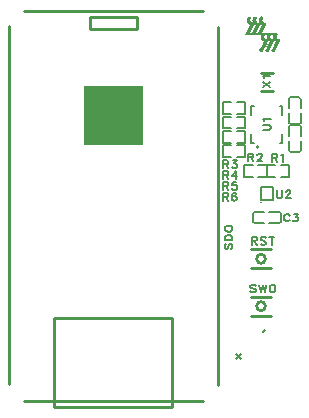
<source format=gto>
G04 Layer: TopSilkscreenLayer*
G04 EasyEDA Pro v2.2.40.8, 2025-10-17 17:15:36*
G04 Gerber Generator version 0.3*
G04 Scale: 100 percent, Rotated: No, Reflected: No*
G04 Dimensions in millimeters*
G04 Leading zeros omitted, absolute positions, 4 integers and 5 decimals*
G04 Generated by one-click*
%FSLAX45Y45*%
%MOMM*%
%ADD10C,0.152*%
%ADD11C,0.1524*%
%ADD12C,0.254*%
%ADD13C,0.17*%
%ADD14C,0.15001*%
%ADD15C,0.1031*%
%ADD16C,0.1*%
G75*


G04 Image Start*
G36*
G01X2135762Y2953306D02*
G01X2134355Y2952937D01*
G01X2132948Y2952567D01*
G01X2130804Y2952690D01*
G01X2128660Y2952812D01*
G01X2124916Y2954443D01*
G01X2122738Y2956385D01*
G01X2122038Y2957395D01*
G01X2121338Y2958406D01*
G01X2120867Y2959783D01*
G01X2120396Y2961160D01*
G01X2120396Y2964569D01*
G01X2121162Y2966895D01*
G01X2141060Y3003916D01*
G01X2160959Y3040937D01*
G01X2160628Y3041036D01*
G01X2160297Y3041134D01*
G01X2157931Y3042238D01*
G01X2155566Y3043341D01*
G01X2153024Y3044897D01*
G01X2150483Y3046453D01*
G01X2148230Y3048243D01*
G01X2145977Y3050034D01*
G01X2144016Y3052091D01*
G01X2142056Y3054148D01*
G01X2140240Y3056612D01*
G01X2138424Y3059076D01*
G01X2136923Y3061918D01*
G01X2135421Y3064760D01*
G01X2134515Y3067354D01*
G01X2133608Y3069948D01*
G01X2132478Y3075136D01*
G01X2132363Y3078909D01*
G01X2163460Y3078909D01*
G01X2163760Y3077141D01*
G01X2164061Y3075372D01*
G01X2164921Y3073070D01*
G01X2165782Y3070768D01*
G01X2167042Y3068855D01*
G01X2168302Y3066942D01*
G01X2169952Y3065309D01*
G01X2171602Y3063677D01*
G01X2173117Y3062612D01*
G01X2174633Y3061547D01*
G01X2176762Y3060515D01*
G01X2178891Y3059483D01*
G01X2183305Y3058318D01*
G01X2188442Y3057758D01*
G01X2189735Y3057309D01*
G01X2190857Y3056861D01*
G01X2190857Y3056861D01*
G01X2191111Y3056860D01*
G01X2188220Y3061223D01*
G01X2186055Y3065704D01*
G01X2184407Y3070411D01*
G01X2183424Y3074773D01*
G01X2183115Y3077961D01*
G01X2182835Y3080851D01*
G01X2214096Y3080851D01*
G01X2214398Y3078476D01*
G01X2214701Y3076101D01*
G01X2215996Y3072306D01*
G01X2217119Y3070363D01*
G01X2218242Y3068419D01*
G01X2219398Y3067046D01*
G01X2220555Y3065674D01*
G01X2222131Y3064341D01*
G01X2223708Y3063008D01*
G01X2226049Y3061537D01*
G01X2228037Y3060635D01*
G01X2230025Y3059733D01*
G01X2231795Y3059240D01*
G01X2233565Y3058747D01*
G01X2236497Y3058396D01*
G01X2239429Y3058045D01*
G01X2240748Y3057588D01*
G01X2242067Y3057130D01*
G01X2242067Y3057130D01*
G01X2243483Y3056153D01*
G01X2244900Y3055177D01*
G01X2243719Y3056641D01*
G01X2242539Y3058106D01*
G01X2241145Y3060373D01*
G01X2239751Y3062641D01*
G01X2238591Y3065233D01*
G01X2237431Y3067826D01*
G01X2236770Y3070066D01*
G01X2236110Y3072306D01*
G01X2235294Y3076551D01*
G01X2235144Y3079853D01*
G01X2234994Y3083154D01*
G01X2235612Y3088342D01*
G01X2236366Y3091644D01*
G01X2236505Y3092056D01*
G01X2236645Y3092469D01*
G01X2217725Y3092469D01*
G01X2216614Y3090288D01*
G01X2215502Y3088106D01*
G01X2214677Y3085277D01*
G01X2214387Y3083064D01*
G01X2214096Y3080851D01*
G01X2182835Y3080851D01*
G01X2182806Y3081150D01*
G01X2183115Y3084338D01*
G01X2183424Y3087526D01*
G01X2184441Y3092039D01*
G01X2184732Y3092469D01*
G01X2167152Y3092469D01*
G01X2164843Y3088106D01*
G01X2163751Y3084333D01*
G01X2163460Y3078909D01*
G01X2132363Y3078909D01*
G01X2132220Y3083626D01*
G01X2133060Y3089050D01*
G01X2133552Y3090782D01*
G01X2134045Y3092513D01*
G01X2113811Y3092227D01*
G01X2008443Y3092115D01*
G01X2006698Y3092870D01*
G01X2004952Y3093625D01*
G01X2002108Y3096082D01*
G01X2001320Y3097542D01*
G01X2000533Y3099002D01*
G01X2000239Y3100570D01*
G01X1999945Y3102138D01*
G01X2000262Y3103826D01*
G01X2000579Y3105513D01*
G01X2004324Y3112507D01*
G01X2038234Y3112507D01*
G01X2038304Y3112508D01*
G01X2088596Y3112508D01*
G01X2097655Y3112570D01*
G01X2106713Y3112632D01*
G01X2125084Y3146932D01*
G01X2143456Y3181232D01*
G01X2142993Y3181381D01*
G01X2136925Y3184321D01*
G01X2134547Y3185854D01*
G01X2132169Y3187386D01*
G01X2129809Y3189443D01*
G01X2127449Y3191500D01*
G01X2127796Y3190276D01*
G01X2128144Y3189052D01*
G01X2128144Y3187056D01*
G01X2127860Y3185806D01*
G01X2127576Y3184557D01*
G01X2127576Y3184557D01*
G01X2088823Y3112867D01*
G01X2088596Y3112508D01*
G01X2038304Y3112508D01*
G01X2046527Y3112569D01*
G01X2054819Y3112632D01*
G01X2073013Y3146590D01*
G01X2091206Y3180548D01*
G01X2091214Y3180897D01*
G01X2086569Y3183027D01*
G01X2084829Y3183999D01*
G01X2083089Y3184971D01*
G01X2079205Y3187726D01*
G01X2077268Y3189201D01*
G01X2077265Y3185736D01*
G01X2076980Y3184798D01*
G01X2076695Y3183860D01*
G01X2057613Y3148609D01*
G01X2038530Y3113359D01*
G01X2038382Y3112933D01*
G01X2038382Y3112933D01*
G01X2038234Y3112507D01*
G01X2004324Y3112507D01*
G01X2020593Y3142888D01*
G01X2040706Y3180227D01*
G01X2040467Y3180312D01*
G01X2035302Y3182649D01*
G01X2030129Y3185806D01*
G01X2025746Y3189306D01*
G01X2022353Y3192810D01*
G01X2021174Y3194231D01*
G01X2019996Y3195651D01*
G01X2018800Y3197448D01*
G01X2017605Y3199246D01*
G01X2016326Y3201691D01*
G01X2015047Y3204136D01*
G01X2014146Y3206648D01*
G01X2013245Y3209160D01*
G01X2012652Y3211833D01*
G01X2012059Y3214506D01*
G01X2012076Y3225589D01*
G01X2012769Y3228551D01*
G01X2013462Y3231512D01*
G01X2014394Y3233975D01*
G01X2015326Y3236437D01*
G01X2016621Y3238861D01*
G01X2017917Y3241285D01*
G01X2019465Y3243439D01*
G01X2021014Y3245593D01*
G01X2022438Y3247201D01*
G01X2023861Y3248810D01*
G01X2025411Y3249755D01*
G01X2026960Y3250700D01*
G01X2028273Y3251056D01*
G01X2029585Y3251411D01*
G01X2033816Y3251411D01*
G01X2034878Y3251069D01*
G01X2035940Y3250727D01*
G01X2037170Y3251227D01*
G01X2038401Y3251727D01*
G01X2040418Y3251836D01*
G01X2042435Y3251945D01*
G01X2044105Y3251532D01*
G01X2045776Y3251120D01*
G01X2047271Y3250237D01*
G01X2048767Y3249354D01*
G01X2049710Y3248303D01*
G01X2050654Y3247252D01*
G01X2051308Y3245946D01*
G01X2051963Y3244641D01*
G01X2052242Y3243261D01*
G01X2052522Y3241880D01*
G01X2052343Y3240578D01*
G01X2052165Y3239275D01*
G01X2051146Y3236787D01*
G01X2049359Y3234608D01*
G01X2047573Y3232428D01*
G01X2046564Y3230659D01*
G01X2045556Y3228891D01*
G01X2044239Y3225054D01*
G01X2043934Y3222966D01*
G01X2043630Y3220879D01*
G01X2043796Y3218867D01*
G01X2043963Y3216856D01*
G01X2044479Y3214881D01*
G01X2044996Y3212905D01*
G01X2045991Y3210965D01*
G01X2046987Y3209026D01*
G01X2048098Y3207521D01*
G01X2049210Y3206016D01*
G01X2052863Y3202680D01*
G01X2054412Y3201728D01*
G01X2055962Y3200775D01*
G01X2057511Y3200068D01*
G01X2059061Y3199361D01*
G01X2060740Y3198873D01*
G01X2062418Y3198385D01*
G01X2063248Y3198234D01*
G01X2064078Y3198082D01*
G01X2066606Y3197772D01*
G01X2069133Y3197462D01*
G01X2070142Y3197086D01*
G01X2069477Y3198131D01*
G01X2068811Y3199177D01*
G01X2068021Y3200474D01*
G01X2067230Y3201771D01*
G01X2064918Y3206959D01*
G01X2064256Y3209200D01*
G01X2063595Y3211440D01*
G01X2062799Y3215921D01*
G01X2062478Y3221580D01*
G01X2063082Y3227240D01*
G01X2063742Y3229933D01*
G01X2064401Y3232627D01*
G01X2065174Y3234650D01*
G01X2065947Y3236673D01*
G01X2068399Y3241389D01*
G01X2069847Y3243511D01*
G01X2071294Y3245634D01*
G01X2072986Y3247554D01*
G01X2074677Y3249474D01*
G01X2077397Y3251105D01*
G01X2079980Y3252001D01*
G01X2084886Y3251982D01*
G01X2085953Y3251616D01*
G01X2087019Y3251250D01*
G01X2087675Y3251564D01*
G01X2088331Y3251878D01*
G01X2090159Y3252164D01*
G01X2091988Y3252451D01*
G01X2093652Y3252190D01*
G01X2095316Y3251930D01*
G01X2096687Y3251356D01*
G01X2098057Y3250781D01*
G01X2101022Y3248302D01*
G01X2102964Y3244715D01*
G01X2102964Y3239503D01*
G01X2102332Y3238223D01*
G01X2101699Y3236943D01*
G01X2100048Y3234921D01*
G01X2098398Y3232900D01*
G01X2096597Y3229960D01*
G01X2095871Y3228010D01*
G01X2095145Y3226061D01*
G01X2094823Y3224236D01*
G01X2094501Y3222411D01*
G01X2094638Y3219519D01*
G01X2094775Y3216628D01*
G01X2095450Y3214556D01*
G01X2096124Y3212483D01*
G01X2097060Y3210782D01*
G01X2097996Y3209082D01*
G01X2098782Y3208021D01*
G01X2099567Y3206959D01*
G01X2102111Y3204247D01*
G01X2104187Y3202819D01*
G01X2106262Y3201391D01*
G01X2107970Y3200607D01*
G01X2109679Y3199823D01*
G01X2111812Y3199208D01*
G01X2113946Y3198594D01*
G01X2116965Y3198232D01*
G01X2119985Y3197871D01*
G01X2122721Y3196674D01*
G01X2122721Y3196928D01*
G01X2120981Y3199413D01*
G01X2119758Y3201639D01*
G01X2118535Y3203865D01*
G01X2117681Y3205906D01*
G01X2116828Y3207948D01*
G01X2116153Y3210408D01*
G01X2115479Y3212868D01*
G01X2115102Y3215455D01*
G01X2114725Y3218043D01*
G01X2114725Y3223938D01*
G01X2115090Y3226447D01*
G01X2115456Y3228955D01*
G01X2115972Y3230927D01*
G01X2116488Y3232900D01*
G01X2117432Y3235376D01*
G01X2118375Y3237852D01*
G01X2120038Y3240800D01*
G01X2121701Y3243747D01*
G01X2123361Y3245870D01*
G01X2125020Y3247992D01*
G01X2127818Y3250644D01*
G01X2129466Y3251384D01*
G01X2131114Y3252124D01*
G01X2132276Y3252346D01*
G01X2133438Y3252567D01*
G01X2136914Y3252352D01*
G01X2139249Y3251629D01*
G01X2140476Y3252034D01*
G01X2141702Y3252439D01*
G01X2144027Y3252440D01*
G01X2146351Y3252441D01*
G01X2147798Y3251922D01*
G01X2149246Y3251403D01*
G01X2151709Y3249913D01*
G01X2153942Y3247315D01*
G01X2155131Y3244455D01*
G01X2155121Y3242214D01*
G01X2155111Y3239974D01*
G01X2154516Y3238605D01*
G01X2153921Y3237236D01*
G01X2152236Y3235219D01*
G01X2150552Y3233203D01*
G01X2149435Y3231283D01*
G01X2148319Y3229362D01*
G01X2146973Y3225118D01*
G01X2146752Y3222995D01*
G01X2146531Y3220872D01*
G01X2146766Y3218750D01*
G01X2147001Y3216628D01*
G01X2147525Y3214884D01*
G01X2148048Y3213140D01*
G01X2148911Y3211436D01*
G01X2149773Y3209732D01*
G01X2150837Y3208301D01*
G01X2151900Y3206871D01*
G01X2153351Y3205441D01*
G01X2154801Y3204010D01*
G01X2156501Y3202848D01*
G01X2158200Y3201686D01*
G01X2160281Y3200750D01*
G01X2162363Y3199813D01*
G01X2164132Y3199319D01*
G01X2165902Y3198824D01*
G01X2168834Y3198473D01*
G01X2171766Y3198122D01*
G01X2174291Y3197246D01*
G01X2175477Y3196501D01*
G01X2176663Y3195756D01*
G01X2178489Y3193721D01*
G01X2179160Y3192383D01*
G01X2179830Y3191046D01*
G01X2180103Y3189545D01*
G01X2180375Y3188045D01*
G01X2179985Y3186301D01*
G01X2179596Y3184557D01*
G01X2160159Y3148649D01*
G01X2140722Y3112740D01*
G01X2141020Y3112469D01*
G01X2198990Y3112707D01*
G01X2256959Y3112946D01*
G01X2259208Y3112468D01*
G01X2264199Y3112703D01*
G01X2266149Y3112393D01*
G01X2268099Y3112084D01*
G01X2270960Y3110888D01*
G01X2272384Y3109659D01*
G01X2273808Y3108429D01*
G01X2274582Y3106993D01*
G01X2275356Y3105557D01*
G01X2275660Y3104065D01*
G01X2275964Y3102574D01*
G01X2275347Y3099292D01*
G01X2273829Y3096546D01*
G01X2271942Y3094800D01*
G01X2270054Y3093053D01*
G01X2267825Y3088914D01*
G01X2267189Y3086626D01*
G01X2266554Y3084339D01*
G01X2266398Y3082332D01*
G01X2266243Y3080324D01*
G01X2266853Y3076143D01*
G01X2268179Y3072306D01*
G01X2269038Y3070747D01*
G01X2269897Y3069187D01*
G01X2271460Y3067292D01*
G01X2273024Y3065396D01*
G01X2275994Y3063053D01*
G01X2277802Y3061989D01*
G01X2279610Y3060924D01*
G01X2281207Y3060311D01*
G01X2282804Y3059697D01*
G01X2284693Y3059228D01*
G01X2286583Y3058758D01*
G01X2288967Y3058515D01*
G01X2291352Y3058271D01*
G01X2292712Y3057798D01*
G01X2294072Y3057325D01*
G01X2295289Y3056507D01*
G01X2296507Y3055689D01*
G01X2298554Y3053324D01*
G01X2299122Y3051968D01*
G01X2299689Y3050611D01*
G01X2299817Y3048943D01*
G01X2299945Y3047274D01*
G01X2299645Y3045999D01*
G01X2299346Y3044724D01*
G01X2251977Y2957481D01*
G01X2250638Y2956228D01*
G01X2249299Y2954976D01*
G01X2247607Y2954253D01*
G01X2245916Y2953530D01*
G01X2242528Y2953000D01*
G01X2238547Y2953835D01*
G01X2237514Y2953827D01*
G01X2235260Y2953670D01*
G01X2233006Y2953513D01*
G01X2230572Y2954072D01*
G01X2229200Y2954686D01*
G01X2227827Y2955300D01*
G01X2226438Y2956630D01*
G01X2225049Y2957959D01*
G01X2224409Y2959126D01*
G01X2223769Y2960292D01*
G01X2223440Y2961564D01*
G01X2223112Y2962835D01*
G01X2223253Y2964511D01*
G01X2223393Y2966188D01*
G01X2224430Y2968546D01*
G01X2263727Y3041632D01*
G01X2263718Y3041886D01*
G01X2262241Y3042470D01*
G01X2260763Y3043055D01*
G01X2255592Y3045896D01*
G01X2251202Y3048940D01*
G01X2246037Y3053708D01*
G01X2246796Y3052278D01*
G01X2247556Y3050847D01*
G01X2247667Y3048786D01*
G01X2247778Y3046726D01*
G01X2247475Y3045603D01*
G01X2247171Y3044480D01*
G01X2229582Y3012055D01*
G01X2211992Y2979629D01*
G01X2205983Y2968604D01*
G01X2199974Y2957578D01*
G01X2198456Y2955897D01*
G01X2197142Y2954995D01*
G01X2195827Y2954093D01*
G01X2194217Y2953596D01*
G01X2192607Y2953100D01*
G01X2188657Y2953100D01*
G01X2187426Y2953438D01*
G01X2186196Y2953776D01*
G01X2184928Y2953336D01*
G01X2183199Y2953189D01*
G01X2181471Y2953043D01*
G01X2179862Y2953419D01*
G01X2178253Y2953796D01*
G01X2176974Y2954387D01*
G01X2175695Y2954979D01*
G01X2174351Y2956206D01*
G01X2173007Y2957433D01*
G01X2171511Y2960354D01*
G01X2171217Y2961798D01*
G01X2170923Y2963241D01*
G01X2171203Y2964895D01*
G01X2171483Y2966549D01*
G01X2174547Y2972319D01*
G01X2193053Y3006767D01*
G01X2211560Y3041214D01*
G01X2211560Y3041538D01*
G01X2210134Y3042114D01*
G01X2208707Y3042690D01*
G01X2206281Y3043994D01*
G01X2203855Y3045298D01*
G01X2201832Y3046694D01*
G01X2199809Y3048090D01*
G01X2198145Y3049469D01*
G01X2196480Y3050847D01*
G01X2196877Y3049904D01*
G01X2197161Y3046838D01*
G01X2196762Y3045423D01*
G01X2196364Y3044008D01*
G01X2172948Y3000856D01*
G01X2149532Y2957704D01*
G01X2148673Y2956635D01*
G01X2147814Y2955566D01*
G01X2146695Y2954836D01*
G01X2145576Y2954106D01*
G01X2144543Y2953632D01*
G01X2143510Y2953158D01*
G01X2140773Y2952628D01*
G01X2138587Y2952628D01*
G01X2137174Y2952967D01*
G01X2135762Y2953306D01*
G37*
G04 Image End*

G04 Text Start*
G54D10*
G01X2376715Y1566313D02*
G01X2373667Y1572663D01*
G01X2367317Y1578759D01*
G01X2361221Y1581807D01*
G01X2348775Y1581807D01*
G01X2342679Y1578759D01*
G01X2336329Y1572663D01*
G01X2333281Y1566313D01*
G01X2330233Y1557169D01*
G01X2330233Y1541675D01*
G01X2333281Y1532277D01*
G01X2336329Y1526181D01*
G01X2342679Y1519831D01*
G01X2348775Y1516783D01*
G01X2361221Y1516783D01*
G01X2367317Y1519831D01*
G01X2373667Y1526181D01*
G01X2376715Y1532277D01*
G01X2413037Y1581807D02*
G01X2447073Y1581807D01*
G01X2428531Y1557169D01*
G01X2437675Y1557169D01*
G01X2444025Y1554121D01*
G01X2447073Y1550819D01*
G01X2450121Y1541675D01*
G01X2450121Y1535325D01*
G01X2447073Y1526181D01*
G01X2440723Y1519831D01*
G01X2431579Y1516783D01*
G01X2422181Y1516783D01*
G01X2413037Y1519831D01*
G01X2409989Y1523133D01*
G01X2406687Y1529229D01*
G01X2230228Y2089331D02*
G01X2230228Y2024307D01*
G01X2230228Y2089331D02*
G01X2258168Y2089331D01*
G01X2267312Y2086283D01*
G01X2270360Y2083235D01*
G01X2273662Y2077139D01*
G01X2273662Y2070789D01*
G01X2270360Y2064693D01*
G01X2267312Y2061645D01*
G01X2258168Y2058343D01*
G01X2230228Y2058343D01*
G01X2251818Y2058343D02*
G01X2273662Y2024307D01*
G01X2303634Y2077139D02*
G01X2309984Y2080187D01*
G01X2319128Y2089331D01*
G01X2319128Y2024307D01*
G01X2027719Y2091831D02*
G01X2027719Y2026807D01*
G01X2027719Y2091831D02*
G01X2055659Y2091831D01*
G01X2064803Y2088783D01*
G01X2067851Y2085735D01*
G01X2071153Y2079639D01*
G01X2071153Y2073289D01*
G01X2067851Y2067193D01*
G01X2064803Y2064145D01*
G01X2055659Y2060843D01*
G01X2027719Y2060843D01*
G01X2049309Y2060843D02*
G01X2071153Y2026807D01*
G01X2104427Y2076337D02*
G01X2104427Y2079639D01*
G01X2107475Y2085735D01*
G01X2110523Y2088783D01*
G01X2116619Y2091831D01*
G01X2129065Y2091831D01*
G01X2135161Y2088783D01*
G01X2138463Y2085735D01*
G01X2141511Y2079639D01*
G01X2141511Y2073289D01*
G01X2138463Y2067193D01*
G01X2132113Y2057795D01*
G01X2101125Y2026807D01*
G01X2144559Y2026807D01*
G01X1814646Y2034858D02*
G01X1814646Y1969834D01*
G01X1814646Y2034858D02*
G01X1842586Y2034858D01*
G01X1851730Y2031810D01*
G01X1854778Y2028762D01*
G01X1858080Y2022666D01*
G01X1858080Y2016316D01*
G01X1854778Y2010220D01*
G01X1851730Y2007172D01*
G01X1842586Y2003870D01*
G01X1814646Y2003870D01*
G01X1836236Y2003870D02*
G01X1858080Y1969834D01*
G01X1894402Y2034858D02*
G01X1928438Y2034858D01*
G01X1909896Y2010220D01*
G01X1919040Y2010220D01*
G01X1925390Y2007172D01*
G01X1928438Y2003870D01*
G01X1931486Y1994726D01*
G01X1931486Y1988376D01*
G01X1928438Y1979232D01*
G01X1922088Y1972882D01*
G01X1912944Y1969834D01*
G01X1903546Y1969834D01*
G01X1894402Y1972882D01*
G01X1891354Y1976184D01*
G01X1888052Y1982280D01*
G01X1815208Y1941824D02*
G01X1815208Y1876800D01*
G01X1815208Y1941824D02*
G01X1843148Y1941824D01*
G01X1852292Y1938776D01*
G01X1855340Y1935728D01*
G01X1858642Y1929632D01*
G01X1858642Y1923282D01*
G01X1855340Y1917186D01*
G01X1852292Y1914138D01*
G01X1843148Y1910836D01*
G01X1815208Y1910836D01*
G01X1836798Y1910836D02*
G01X1858642Y1876800D01*
G01X1919602Y1941824D02*
G01X1888614Y1898644D01*
G01X1935096Y1898644D01*
G01X1919602Y1941824D02*
G01X1919602Y1876800D01*
G01X1815208Y1849320D02*
G01X1815208Y1784296D01*
G01X1815208Y1849320D02*
G01X1843148Y1849320D01*
G01X1852292Y1846272D01*
G01X1855340Y1843224D01*
G01X1858642Y1837128D01*
G01X1858642Y1830778D01*
G01X1855340Y1824682D01*
G01X1852292Y1821634D01*
G01X1843148Y1818332D01*
G01X1815208Y1818332D01*
G01X1836798Y1818332D02*
G01X1858642Y1784296D01*
G01X1925952Y1849320D02*
G01X1894964Y1849320D01*
G01X1891916Y1821634D01*
G01X1894964Y1824682D01*
G01X1904108Y1827730D01*
G01X1913506Y1827730D01*
G01X1922650Y1824682D01*
G01X1929000Y1818332D01*
G01X1932048Y1809188D01*
G01X1932048Y1802838D01*
G01X1929000Y1793694D01*
G01X1922650Y1787344D01*
G01X1913506Y1784296D01*
G01X1904108Y1784296D01*
G01X1894964Y1787344D01*
G01X1891916Y1790646D01*
G01X1888614Y1796742D01*
G01X1815208Y1756815D02*
G01X1815208Y1691791D01*
G01X1815208Y1756815D02*
G01X1843148Y1756815D01*
G01X1852292Y1753767D01*
G01X1855340Y1750719D01*
G01X1858642Y1744623D01*
G01X1858642Y1738273D01*
G01X1855340Y1732177D01*
G01X1852292Y1729129D01*
G01X1843148Y1725827D01*
G01X1815208Y1725827D01*
G01X1836798Y1725827D02*
G01X1858642Y1691791D01*
G01X1925952Y1747671D02*
G01X1922650Y1753767D01*
G01X1913506Y1756815D01*
G01X1907410Y1756815D01*
G01X1898012Y1753767D01*
G01X1891916Y1744623D01*
G01X1888614Y1729129D01*
G01X1888614Y1713635D01*
G01X1891916Y1701189D01*
G01X1898012Y1694839D01*
G01X1907410Y1691791D01*
G01X1910458Y1691791D01*
G01X1919602Y1694839D01*
G01X1925952Y1701189D01*
G01X1929000Y1710333D01*
G01X1929000Y1713635D01*
G01X1925952Y1722779D01*
G01X1919602Y1729129D01*
G01X1910458Y1732177D01*
G01X1907410Y1732177D01*
G01X1898012Y1729129D01*
G01X1891916Y1722779D01*
G01X1888614Y1713635D01*
G01X2057720Y1384297D02*
G01X2057720Y1319273D01*
G01X2057720Y1384297D02*
G01X2085660Y1384297D01*
G01X2094804Y1381249D01*
G01X2097852Y1378201D01*
G01X2101154Y1372105D01*
G01X2101154Y1365755D01*
G01X2097852Y1359659D01*
G01X2094804Y1356611D01*
G01X2085660Y1353309D01*
G01X2057720Y1353309D01*
G01X2079310Y1353309D02*
G01X2101154Y1319273D01*
G01X2174560Y1375153D02*
G01X2168464Y1381249D01*
G01X2159066Y1384297D01*
G01X2146620Y1384297D01*
G01X2137476Y1381249D01*
G01X2131126Y1375153D01*
G01X2131126Y1368803D01*
G01X2134428Y1362707D01*
G01X2137476Y1359659D01*
G01X2143572Y1356611D01*
G01X2162114Y1350261D01*
G01X2168464Y1347213D01*
G01X2171512Y1344165D01*
G01X2174560Y1337815D01*
G01X2174560Y1328671D01*
G01X2168464Y1322321D01*
G01X2159066Y1319273D01*
G01X2146620Y1319273D01*
G01X2137476Y1322321D01*
G01X2131126Y1328671D01*
G01X2226376Y1384297D02*
G01X2226376Y1319273D01*
G01X2204532Y1384297D02*
G01X2247966Y1384297D01*
G01X2088653Y972633D02*
G01X2082303Y978729D01*
G01X2073159Y981777D01*
G01X2060713Y981777D01*
G01X2051315Y978729D01*
G01X2045219Y972633D01*
G01X2045219Y966283D01*
G01X2048267Y960187D01*
G01X2051315Y957139D01*
G01X2057665Y954091D01*
G01X2076207Y947741D01*
G01X2082303Y944693D01*
G01X2085351Y941645D01*
G01X2088653Y935295D01*
G01X2088653Y926151D01*
G01X2082303Y919801D01*
G01X2073159Y916753D01*
G01X2060713Y916753D01*
G01X2051315Y919801D01*
G01X2045219Y926151D01*
G01X2118625Y981777D02*
G01X2134119Y916753D01*
G01X2149613Y981777D02*
G01X2134119Y916753D01*
G01X2149613Y981777D02*
G01X2165107Y916753D01*
G01X2180601Y981777D02*
G01X2165107Y916753D01*
G01X2229369Y981777D02*
G01X2219971Y978729D01*
G01X2213875Y969585D01*
G01X2210573Y954091D01*
G01X2210573Y944693D01*
G01X2213875Y929199D01*
G01X2219971Y919801D01*
G01X2229369Y916753D01*
G01X2235465Y916753D01*
G01X2244609Y919801D01*
G01X2250959Y929199D01*
G01X2254007Y944693D01*
G01X2254007Y954091D01*
G01X2250959Y969585D01*
G01X2244609Y978729D01*
G01X2235465Y981777D01*
G01X2229369Y981777D01*
G01X2152169Y2292617D02*
G01X2198651Y2292617D01*
G01X2207795Y2295665D01*
G01X2214145Y2301761D01*
G01X2217193Y2311159D01*
G01X2217193Y2317255D01*
G01X2214145Y2326653D01*
G01X2207795Y2332749D01*
G01X2198651Y2336051D01*
G01X2152169Y2336051D01*
G01X2164361Y2366023D02*
G01X2161313Y2372373D01*
G01X2152169Y2381517D01*
G01X2217193Y2381517D01*
G01X2270230Y1779316D02*
G01X2270230Y1732834D01*
G01X2273278Y1723690D01*
G01X2279374Y1717340D01*
G01X2288772Y1714292D01*
G01X2294868Y1714292D01*
G01X2304266Y1717340D01*
G01X2310362Y1723690D01*
G01X2313664Y1732834D01*
G01X2313664Y1779316D01*
G01X2346938Y1763822D02*
G01X2346938Y1767124D01*
G01X2349986Y1773220D01*
G01X2353034Y1776268D01*
G01X2359130Y1779316D01*
G01X2371576Y1779316D01*
G01X2377672Y1776268D01*
G01X2380974Y1773220D01*
G01X2384022Y1767124D01*
G01X2384022Y1760774D01*
G01X2380974Y1754678D01*
G01X2374624Y1745280D01*
G01X2343636Y1714292D01*
G01X2387070Y1714292D01*
G01X2148375Y2657749D02*
G01X2213399Y2701183D01*
G01X2148375Y2701183D02*
G01X2213399Y2657749D01*
G01X2160567Y2731155D02*
G01X2157519Y2737505D01*
G01X2148375Y2746649D01*
G01X2213399Y2746649D01*
G01X1837454Y1328529D02*
G01X1831358Y1322179D01*
G01X1828310Y1313035D01*
G01X1828310Y1300589D01*
G01X1831358Y1291191D01*
G01X1837454Y1285095D01*
G01X1843804Y1285095D01*
G01X1849900Y1288143D01*
G01X1852948Y1291191D01*
G01X1855996Y1297541D01*
G01X1862346Y1316083D01*
G01X1865394Y1322179D01*
G01X1868442Y1325227D01*
G01X1874792Y1328529D01*
G01X1883936Y1328529D01*
G01X1890286Y1322179D01*
G01X1893334Y1313035D01*
G01X1893334Y1300589D01*
G01X1890286Y1291191D01*
G01X1883936Y1285095D01*
G01X1828310Y1358501D02*
G01X1893334Y1358501D01*
G01X1828310Y1358501D02*
G01X1828310Y1380345D01*
G01X1831358Y1389489D01*
G01X1837454Y1395839D01*
G01X1843804Y1398887D01*
G01X1852948Y1401935D01*
G01X1868442Y1401935D01*
G01X1877840Y1398887D01*
G01X1883936Y1395839D01*
G01X1890286Y1389489D01*
G01X1893334Y1380345D01*
G01X1893334Y1358501D01*
G01X1828310Y1450703D02*
G01X1831358Y1444353D01*
G01X1837454Y1438257D01*
G01X1843804Y1435209D01*
G01X1852948Y1431907D01*
G01X1868442Y1431907D01*
G01X1877840Y1435209D01*
G01X1883936Y1438257D01*
G01X1890286Y1444353D01*
G01X1893334Y1450703D01*
G01X1893334Y1462895D01*
G01X1890286Y1469245D01*
G01X1883936Y1475341D01*
G01X1877840Y1478389D01*
G01X1868442Y1481437D01*
G01X1852948Y1481437D01*
G01X1843804Y1478389D01*
G01X1837454Y1475341D01*
G01X1831358Y1469245D01*
G01X1828310Y1462895D01*
G01X1828310Y1450703D01*
G04 Text End*

G04 PolygonModel Start*
G54D11*
G01X2469978Y2118478D02*
G01X2469978Y2197487D01*
G01X2370258Y2197487D02*
G01X2370258Y2118478D01*
G01X2385498Y2103238D02*
G01X2454738Y2103238D01*
G01X2469978Y2321739D02*
G01X2469978Y2242730D01*
G01X2370258Y2242730D02*
G01X2370258Y2321739D01*
G01X2385498Y2336979D02*
G01X2454738Y2336979D01*
G01X2370258Y2118478D02*
G03X2385498Y2103238I15240J0D01*
G01X2454738Y2103238D02*
G03X2469978Y2118478I0J15240D01*
G01X2370258Y2321739D02*
G02X2385498Y2336979I15240J0D01*
G01X2454738Y2336979D02*
G02X2469978Y2321739I0J-15240D01*
G01X2370258Y2556750D02*
G01X2370258Y2477741D01*
G01X2469978Y2477741D02*
G01X2469978Y2556750D01*
G01X2454738Y2571990D02*
G01X2385498Y2571990D01*
G01X2370258Y2353489D02*
G01X2370258Y2432499D01*
G01X2469978Y2432499D02*
G01X2469978Y2353489D01*
G01X2454738Y2338249D02*
G01X2385498Y2338249D01*
G01X2469978Y2556750D02*
G03X2454738Y2571990I-15240J0D01*
G01X2385498Y2571990D02*
G03X2370258Y2556750I0J-15240D01*
G01X2469978Y2353489D02*
G02X2454738Y2338249I-15240J0D01*
G01X2385498Y2338249D02*
G02X2370258Y2353489I0J15240D01*
G01X2082269Y1500140D02*
G01X2161279Y1500140D01*
G01X2161279Y1599860D02*
G01X2082269Y1599860D01*
G01X2067029Y1584620D02*
G01X2067029Y1515380D01*
G01X2285530Y1500140D02*
G01X2206521Y1500140D01*
G01X2206521Y1599860D02*
G01X2285530Y1599860D01*
G01X2300770Y1584620D02*
G01X2300770Y1515380D01*
G01X2082269Y1599860D02*
G03X2067029Y1584620I0J-15240D01*
G01X2067029Y1515380D02*
G03X2082269Y1500140I15240J0D01*
G01X2285530Y1599860D02*
G02X2300770Y1584620I0J-15240D01*
G01X2300770Y1515380D02*
G02X2285530Y1500140I-15240J0D01*
G01X2254990Y1895235D02*
G01X2183187Y1895235D01*
G01X2183187Y1895235D02*
G01X2183187Y1994955D01*
G01X2183187Y1994955D02*
G01X2254990Y1994955D01*
G01X2300232Y1895235D02*
G01X2372036Y1895235D01*
G01X2372036Y1895235D02*
G01X2372036Y1994955D01*
G01X2372036Y1994955D02*
G01X2300232Y1994955D01*
G01X2110223Y1994955D02*
G01X2182026Y1994955D01*
G01X2182026Y1994955D02*
G01X2182026Y1895235D01*
G01X2182026Y1895235D02*
G01X2110223Y1895235D01*
G01X2064981Y1994955D02*
G01X1993177Y1994955D01*
G01X1993177Y1994955D02*
G01X1993177Y1895235D01*
G01X1993177Y1895235D02*
G01X2064981Y1895235D01*
G01X1930214Y2162463D02*
G01X2002018Y2162463D01*
G01X2002018Y2162463D02*
G01X2002018Y2062743D01*
G01X2002018Y2062743D02*
G01X1930214Y2062743D01*
G01X1884972Y2162463D02*
G01X1813169Y2162463D01*
G01X1813169Y2162463D02*
G01X1813169Y2062743D01*
G01X1813169Y2062743D02*
G01X1884972Y2062743D01*
G01X1930214Y2284969D02*
G01X2002018Y2284969D01*
G01X2002018Y2284969D02*
G01X2002018Y2185249D01*
G01X2002018Y2185249D02*
G01X1930214Y2185249D01*
G01X1884972Y2284969D02*
G01X1813169Y2284969D01*
G01X1813169Y2284969D02*
G01X1813169Y2185249D01*
G01X1813169Y2185249D02*
G01X1884972Y2185249D01*
G01X1930214Y2404975D02*
G01X2002018Y2404975D01*
G01X2002018Y2404975D02*
G01X2002018Y2305255D01*
G01X2002018Y2305255D02*
G01X1930214Y2305255D01*
G01X1884972Y2404975D02*
G01X1813169Y2404975D01*
G01X1813169Y2404975D02*
G01X1813169Y2305255D01*
G01X1813169Y2305255D02*
G01X1884972Y2305255D01*
G01X1930214Y2524981D02*
G01X2002018Y2524981D01*
G01X2002018Y2524981D02*
G01X2002018Y2425261D01*
G01X2002018Y2425261D02*
G01X1930214Y2425261D01*
G01X1884972Y2524981D02*
G01X1813169Y2524981D01*
G01X1813169Y2524981D02*
G01X1813169Y2425261D01*
G01X1813169Y2425261D02*
G01X1884972Y2425261D01*
G54D12*
G01X2047507Y1280005D02*
G01X2222495Y1280005D01*
G01X2047507Y1120005D02*
G01X2222495Y1120005D01*
G01X2047507Y880005D02*
G01X2222495Y880005D01*
G01X2047507Y720005D02*
G01X2222495Y720005D01*
G54D11*
G01X2051279Y2420538D02*
G01X2051279Y2495107D01*
G01X2051279Y2495107D02*
G01X2075851Y2495107D01*
G01X2316521Y2420538D02*
G01X2316521Y2495107D01*
G01X2316521Y2495107D02*
G01X2291949Y2495107D01*
G01X2051279Y2254437D02*
G01X2051279Y2179868D01*
G01X2051279Y2179868D02*
G01X2075851Y2179868D01*
G01X2316521Y2254437D02*
G01X2316521Y2179868D01*
G01X2316521Y2179868D02*
G01X2291949Y2179868D01*
G54D13*
G01X2235896Y1700502D02*
G01X2235896Y1804675D01*
G01X2131893Y1700502D02*
G01X2235896Y1700502D01*
G01X2235896Y1804675D02*
G01X2131893Y1804675D01*
G01X2131893Y1804675D02*
G01X2131893Y1700535D01*
G54D12*
G01X2133100Y2776200D02*
G01X2234700Y2776200D01*
G01X2234700Y2623800D02*
G01X2133100Y2623800D01*
G36*
G01X2161785Y608823D02*
G01X2135482Y582520D01*
G01X2148917Y569085D01*
G01X2175220Y595388D01*
G01X2161785Y608823D01*
G37*
G36*
G01X1914178Y391975D02*
G01X1958442Y347711D01*
G01X1971876Y361146D01*
G01X1927613Y405409D01*
G01X1914178Y391975D01*
G37*
G36*
G01X1958383Y405420D02*
G01X1914119Y361156D01*
G01X1927553Y347722D01*
G01X1971817Y391986D01*
G01X1958383Y405420D01*
G37*
G01X1770041Y3165107D02*
G01X1770041Y133320D01*
G01X1645610Y84D02*
G01X128422Y84D01*
G01X45Y142698D02*
G01X45Y3173646D01*
G01X129716Y3300077D02*
G01X1647162Y3300077D01*

G04 Rect Start*
G01X1385043Y700081D02*
G01X1385043Y-49919D01*
G01X385043Y-49919D01*
G01X385043Y700081D01*
G01X1385043Y700081D01*
G01X1085043Y3250081D02*
G01X1085043Y3150081D01*
G01X685043Y3150081D01*
G01X685043Y3250081D01*
G01X1085043Y3250081D01*
G36*
G01X637498Y2162076D02*
G01X637498Y2662076D01*
G01X1137498Y2662076D01*
G01X1137498Y2162076D01*
G01X637498Y2162076D01*
G37*
G04 Rect End*

G04 Circle Start*
G01X2096913Y1200013D02*
G03X2173113Y1200013I38100J0D01*
G03X2096913Y1200013I-38100J0D01*
G01X2096913Y800013D02*
G03X2173113Y800013I38100J0D01*
G03X2096913Y800013I-38100J0D01*
G54D14*
G01X2100207Y2146987D02*
G03X2115193Y2146987I7493J0D01*
G03X2100207Y2146987I-7493J0D01*
G54D16*
G01X2128972Y1676400D02*
G03X2137202Y1676400I4115J0D01*
G03X2128972Y1676400I-4115J0D01*
G04 Circle End*

M02*


</source>
